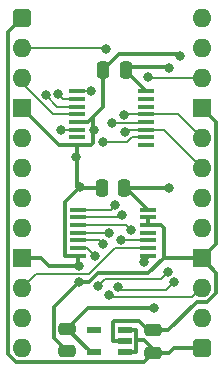
<source format=gtl>
%TF.GenerationSoftware,KiCad,Pcbnew,8.0.7*%
%TF.CreationDate,2025-01-03T10:35:11+02:00*%
%TF.ProjectId,Sound Address Decode,536f756e-6420-4416-9464-726573732044,rev?*%
%TF.SameCoordinates,Original*%
%TF.FileFunction,Copper,L1,Top*%
%TF.FilePolarity,Positive*%
%FSLAX46Y46*%
G04 Gerber Fmt 4.6, Leading zero omitted, Abs format (unit mm)*
G04 Created by KiCad (PCBNEW 8.0.7) date 2025-01-03 10:35:11*
%MOMM*%
%LPD*%
G01*
G04 APERTURE LIST*
G04 Aperture macros list*
%AMRoundRect*
0 Rectangle with rounded corners*
0 $1 Rounding radius*
0 $2 $3 $4 $5 $6 $7 $8 $9 X,Y pos of 4 corners*
0 Add a 4 corners polygon primitive as box body*
4,1,4,$2,$3,$4,$5,$6,$7,$8,$9,$2,$3,0*
0 Add four circle primitives for the rounded corners*
1,1,$1+$1,$2,$3*
1,1,$1+$1,$4,$5*
1,1,$1+$1,$6,$7*
1,1,$1+$1,$8,$9*
0 Add four rect primitives between the rounded corners*
20,1,$1+$1,$2,$3,$4,$5,0*
20,1,$1+$1,$4,$5,$6,$7,0*
20,1,$1+$1,$6,$7,$8,$9,0*
20,1,$1+$1,$8,$9,$2,$3,0*%
G04 Aperture macros list end*
%TA.AperFunction,SMDPad,CuDef*%
%ADD10R,1.475000X0.450000*%
%TD*%
%TA.AperFunction,SMDPad,CuDef*%
%ADD11RoundRect,0.250000X0.475000X-0.250000X0.475000X0.250000X-0.475000X0.250000X-0.475000X-0.250000X0*%
%TD*%
%TA.AperFunction,SMDPad,CuDef*%
%ADD12RoundRect,0.250000X0.250000X0.475000X-0.250000X0.475000X-0.250000X-0.475000X0.250000X-0.475000X0*%
%TD*%
%TA.AperFunction,SMDPad,CuDef*%
%ADD13R,1.450000X0.450000*%
%TD*%
%TA.AperFunction,SMDPad,CuDef*%
%ADD14RoundRect,0.250000X-0.475000X0.250000X-0.475000X-0.250000X0.475000X-0.250000X0.475000X0.250000X0*%
%TD*%
%TA.AperFunction,SMDPad,CuDef*%
%ADD15R,1.150000X0.600000*%
%TD*%
%TA.AperFunction,ComponentPad*%
%ADD16RoundRect,0.400000X-0.400000X-0.400000X0.400000X-0.400000X0.400000X0.400000X-0.400000X0.400000X0*%
%TD*%
%TA.AperFunction,ComponentPad*%
%ADD17O,1.600000X1.600000*%
%TD*%
%TA.AperFunction,ComponentPad*%
%ADD18R,1.600000X1.600000*%
%TD*%
%TA.AperFunction,ViaPad*%
%ADD19C,0.800000*%
%TD*%
%TA.AperFunction,Conductor*%
%ADD20C,0.380000*%
%TD*%
%TA.AperFunction,Conductor*%
%ADD21C,0.200000*%
%TD*%
G04 APERTURE END LIST*
D10*
%TO.P,IC4,1,1A*%
%TO.N,/CPU A ~{OE}*%
X4783600Y-16236400D03*
%TO.P,IC4,2,1B*%
%TO.N,/CPU A ~{WE}*%
X4783600Y-16886400D03*
%TO.P,IC4,3,1Y*%
%TO.N,/CPU A ~{OE}\u00B7~{WE}*%
X4783600Y-17536400D03*
%TO.P,IC4,4,2A*%
%TO.N,/CPU B ~{OE}*%
X4783600Y-18186400D03*
%TO.P,IC4,5,2B*%
%TO.N,/CPU B ~{WE}*%
X4783600Y-18836400D03*
%TO.P,IC4,6,2Y*%
%TO.N,/CPU B ~{OE}\u00B7~{WE}*%
X4783600Y-19486400D03*
%TO.P,IC4,7,GND*%
%TO.N,/GND*%
X4783600Y-20136400D03*
%TO.P,IC4,8,3Y*%
%TO.N,/Sound Address*%
X10659600Y-20136400D03*
%TO.P,IC4,9,3A*%
%TO.N,/~{CLK}*%
X10659600Y-19486400D03*
%TO.P,IC4,10,3B*%
%TO.N,/~{Device RAM}*%
X10659600Y-18836400D03*
%TO.P,IC4,11,4Y*%
%TO.N,unconnected-(IC4D-4Y-Pad11)*%
X10659600Y-18186400D03*
%TO.P,IC4,12,4A*%
%TO.N,/GND*%
X10659600Y-17536400D03*
%TO.P,IC4,13,4B*%
X10659600Y-16886400D03*
%TO.P,IC4,14,3V*%
%TO.N,/3.3V*%
X10659600Y-16236400D03*
%TD*%
D11*
%TO.P,C8,1*%
%TO.N,/5V*%
X11125200Y-28346400D03*
%TO.P,C8,2*%
%TO.N,/GND*%
X11125200Y-26446400D03*
%TD*%
D12*
%TO.P,C3,1*%
%TO.N,/3.3V*%
X8681000Y-14396000D03*
%TO.P,C3,2*%
%TO.N,/GND*%
X6781000Y-14396000D03*
%TD*%
%TO.P,C2,1*%
%TO.N,/3.3V*%
X8808000Y-4419600D03*
%TO.P,C2,2*%
%TO.N,/GND*%
X6908000Y-4419600D03*
%TD*%
D13*
%TO.P,IC1,1,A0*%
%TO.N,/A15*%
X4695000Y-6234000D03*
%TO.P,IC1,2,A1*%
%TO.N,/~{WD}*%
X4695000Y-6884000D03*
%TO.P,IC1,3,A2*%
%TO.N,/~{RD}*%
X4695000Y-7534000D03*
%TO.P,IC1,4,~{E1}*%
%TO.N,/Device ~{CS}*%
X4695000Y-8184000D03*
%TO.P,IC1,5,~{E2}*%
%TO.N,/GND*%
X4695000Y-8834000D03*
%TO.P,IC1,6,E3*%
%TO.N,/A16*%
X4695000Y-9484000D03*
%TO.P,IC1,7,~{Y7}*%
%TO.N,unconnected-(IC1-~{Y7}-Pad7)*%
X4695000Y-10134000D03*
%TO.P,IC1,8,GND*%
%TO.N,/GND*%
X4695000Y-10784000D03*
%TO.P,IC1,9,~{Y6}*%
%TO.N,unconnected-(IC1-~{Y6}-Pad9)*%
X10545000Y-10784000D03*
%TO.P,IC1,10,~{Y5}*%
%TO.N,/CPU B ~{WE}*%
X10545000Y-10134000D03*
%TO.P,IC1,11,~{Y4}*%
%TO.N,/CPU A ~{WE}*%
X10545000Y-9484000D03*
%TO.P,IC1,12,~{Y3}*%
%TO.N,/CPU B ~{OE}*%
X10545000Y-8834000D03*
%TO.P,IC1,13,~{Y2}*%
%TO.N,/CPU A ~{OE}*%
X10545000Y-8184000D03*
%TO.P,IC1,14,~{Y1}*%
%TO.N,unconnected-(IC1-~{Y1}-Pad14)*%
X10545000Y-7534000D03*
%TO.P,IC1,15,~{Y0}*%
%TO.N,unconnected-(IC1-~{Y0}-Pad15)*%
X10545000Y-6884000D03*
%TO.P,IC1,16,3V*%
%TO.N,/3.3V*%
X10545000Y-6234000D03*
%TD*%
D14*
%TO.P,C9,1*%
%TO.N,/3.3V*%
X3860800Y-26326000D03*
%TO.P,C9,2*%
%TO.N,/GND*%
X3860800Y-28226000D03*
%TD*%
D15*
%TO.P,IC5,1,6VIn*%
%TO.N,/5V*%
X8716800Y-28337000D03*
%TO.P,IC5,2,GND*%
%TO.N,/GND*%
X8716800Y-27387000D03*
%TO.P,IC5,3,EN*%
%TO.N,/5V*%
X8716800Y-26437000D03*
%TO.P,IC5,4,ADJ*%
%TO.N,unconnected-(IC5-ADJ-Pad4)*%
X6116800Y-26437000D03*
%TO.P,IC5,5,3.3VOut*%
%TO.N,/3.3V*%
X6116800Y-28337000D03*
%TD*%
D16*
%TO.P,J1,1,Pin_1*%
%TO.N,/5V*%
X0Y0D03*
D17*
%TO.P,J1,2,Pin_2*%
%TO.N,/~{Device RAM}*%
X0Y-2540000D03*
%TO.P,J1,3,Pin_3*%
%TO.N,/Device ~{CS}*%
X0Y-5080000D03*
D18*
%TO.P,J1,4,Pin_4*%
%TO.N,/GND*%
X0Y-7620000D03*
D17*
%TO.P,J1,5,Pin_5*%
%TO.N,/~{RD}*%
X0Y-10160000D03*
%TO.P,J1,6,Pin_6*%
%TO.N,/~{WD}*%
X0Y-12700000D03*
%TO.P,J1,7,Pin_7*%
%TO.N,/A16*%
X0Y-15240000D03*
%TO.P,J1,8,Pin_8*%
%TO.N,/A15*%
X0Y-17780000D03*
D18*
%TO.P,J1,9,Pin_9*%
%TO.N,/GND*%
X0Y-20320000D03*
D17*
%TO.P,J1,10,Pin_10*%
%TO.N,/~{CLK}*%
X0Y-22860000D03*
%TO.P,J1,11,Pin_11*%
%TO.N,unconnected-(J1-Pin_11-Pad11)*%
X0Y-25400000D03*
%TO.P,J1,12,Pin_12*%
%TO.N,unconnected-(J1-Pin_12-Pad12)*%
X0Y-27940000D03*
D16*
%TO.P,J1,13,Pin_13*%
%TO.N,/5V*%
X15240000Y-27940000D03*
D17*
%TO.P,J1,14,Pin_14*%
%TO.N,unconnected-(J1-Pin_14-Pad14)*%
X15240000Y-25400000D03*
%TO.P,J1,15,Pin_15*%
%TO.N,/CPU B ~{WE}*%
X15240000Y-22860000D03*
D18*
%TO.P,J1,16,Pin_16*%
%TO.N,/GND*%
X15240000Y-20320000D03*
D17*
%TO.P,J1,17,Pin_17*%
%TO.N,/CPU B ~{OE}*%
X15240000Y-17780000D03*
%TO.P,J1,18,Pin_18*%
%TO.N,/CPU B ~{OE}\u00B7~{WE}*%
X15240000Y-15240000D03*
%TO.P,J1,19,Pin_19*%
%TO.N,/CPU A ~{WE}*%
X15240000Y-12700000D03*
%TO.P,J1,20,Pin_20*%
%TO.N,/CPU A ~{OE}*%
X15240000Y-10160000D03*
D18*
%TO.P,J1,21,Pin_21*%
%TO.N,/GND*%
X15240000Y-7620000D03*
D17*
%TO.P,J1,22,Pin_22*%
%TO.N,/CPU A ~{OE}\u00B7~{WE}*%
X15240000Y-5080000D03*
%TO.P,J1,23,Pin_23*%
%TO.N,/Sound Address*%
X15240000Y-2540000D03*
%TO.P,J1,24,Pin_24*%
%TO.N,unconnected-(J1-Pin_24-Pad24)*%
X15240000Y0D03*
%TD*%
D19*
%TO.N,/GND*%
X4876800Y-20980400D03*
X13406703Y-3240000D03*
X4876800Y-22381606D03*
X4953000Y-14351000D03*
X6096000Y-9525000D03*
X4634000Y-11811000D03*
%TO.N,/3.3V*%
X12496800Y-14427200D03*
X12485600Y-4216400D03*
X11226800Y-24592998D03*
%TO.N,/A16*%
X3302000Y-9525000D03*
%TO.N,/~{WD}*%
X3050604Y-6462189D03*
%TO.N,/~{RD}*%
X2057400Y-6578600D03*
%TO.N,/A15*%
X5878410Y-6234000D03*
%TO.N,/CPU B ~{WE}*%
X6858000Y-19151600D03*
X7366000Y-23495000D03*
X6886000Y-10530294D03*
%TO.N,/CPU A ~{WE}*%
X8495914Y-16680226D03*
X8788316Y-9701584D03*
%TO.N,/CPU B ~{OE}*%
X7620000Y-8890000D03*
X12929291Y-22358615D03*
X8128000Y-22830804D03*
X7431000Y-18236402D03*
%TO.N,/CPU A ~{OE}*%
X8636000Y-8189992D03*
X7920625Y-15862272D03*
%TO.N,/CPU A ~{OE}\u00B7~{WE}*%
X9251551Y-17937042D03*
X10716040Y-5006400D03*
%TO.N,/CPU B ~{OE}\u00B7~{WE}*%
X6234471Y-20171403D03*
X12372400Y-21528026D03*
X6477226Y-22733226D03*
%TO.N,/Sound Address*%
X10372493Y-20654150D03*
%TO.N,/~{Device RAM}*%
X7112010Y-2667000D03*
X8421544Y-18786400D03*
%TD*%
D20*
%TO.N,/5V*%
X-1190000Y-1190000D02*
X0Y0D01*
X9681800Y-27260000D02*
X9681800Y-28297000D01*
X-492915Y-29130000D02*
X-1190000Y-28432915D01*
X11125200Y-28346400D02*
X10341600Y-29130000D01*
X12496800Y-28346400D02*
X12903200Y-27940000D01*
X8716800Y-28337000D02*
X9641800Y-28337000D01*
X9681800Y-26447000D02*
X9681800Y-27260000D01*
X8716800Y-26437000D02*
X9671800Y-26437000D01*
X11125200Y-28346400D02*
X12496800Y-28346400D01*
X10337800Y-27260000D02*
X9681800Y-27260000D01*
X9671800Y-26437000D02*
X9681800Y-26447000D01*
X10341600Y-29130000D02*
X-492915Y-29130000D01*
X12903200Y-27940000D02*
X15240000Y-27940000D01*
X-1190000Y-28432915D02*
X-1190000Y-1190000D01*
X9641800Y-28337000D02*
X9681800Y-28297000D01*
X11125200Y-28047400D02*
X10337800Y-27260000D01*
%TO.N,/GND*%
X4695000Y-10784000D02*
X4695000Y-11750000D01*
X7761800Y-27387000D02*
X7751800Y-27377000D01*
X6452423Y-21640800D02*
X5711617Y-22381606D01*
X13214703Y-3048000D02*
X13406703Y-3240000D01*
X11777100Y-17536400D02*
X12039600Y-17798900D01*
X10659600Y-17536400D02*
X11777100Y-17536400D01*
X1676400Y-20320000D02*
X0Y-20320000D01*
X7751800Y-27377000D02*
X7751800Y-25747000D01*
X4998000Y-14396000D02*
X4953000Y-14351000D01*
X4695000Y-10784000D02*
X5853000Y-10784000D01*
X8279600Y-3048000D02*
X13214703Y-3048000D01*
X4783600Y-20136400D02*
X4783600Y-20887200D01*
X16430000Y-8810000D02*
X16430000Y-19130000D01*
X5711617Y-22381606D02*
X4876800Y-22381606D01*
X2745800Y-24512604D02*
X4876800Y-22381606D01*
X7751800Y-25747000D02*
X7817800Y-25681000D01*
X16495333Y-21575333D02*
X15240000Y-20320000D01*
X12039600Y-17798900D02*
X12039600Y-20320000D01*
X9927571Y-25681000D02*
X10692971Y-26446400D01*
X6045200Y-10591800D02*
X6045200Y-9575800D01*
X6781000Y-14396000D02*
X4998000Y-14396000D01*
X12415600Y-26446400D02*
X14812000Y-24050000D01*
X15240000Y-7620000D02*
X16430000Y-8810000D01*
X16430000Y-19130000D02*
X15240000Y-20320000D01*
X4695000Y-14209500D02*
X4695000Y-11872000D01*
X4908000Y-14396000D02*
X4881500Y-14396000D01*
X6908000Y-4419600D02*
X8279600Y-3048000D01*
X2336800Y-20980400D02*
X1676400Y-20320000D01*
X0Y-7620000D02*
X3164000Y-10784000D01*
X10659600Y-16886400D02*
X10659600Y-17536400D01*
X3656100Y-20101400D02*
X3691100Y-20136400D01*
X4783600Y-20887200D02*
X4876800Y-20980400D01*
X8716800Y-27387000D02*
X7761800Y-27387000D01*
X6096000Y-9525000D02*
X6045200Y-9474200D01*
X14812000Y-24050000D02*
X15732915Y-24050000D01*
X4695000Y-8834000D02*
X5644000Y-8834000D01*
X15240000Y-20320000D02*
X12039600Y-20320000D01*
X16495333Y-23287582D02*
X16495333Y-21575333D01*
X6045200Y-9474200D02*
X6045200Y-8432800D01*
X3164000Y-10784000D02*
X4695000Y-10784000D01*
X2745800Y-27111000D02*
X2745800Y-24512604D01*
X5644000Y-8834000D02*
X6045200Y-8432800D01*
X5853000Y-10784000D02*
X6045200Y-10591800D01*
X6908000Y-7570000D02*
X6908000Y-4419600D01*
X10718800Y-21640800D02*
X6452423Y-21640800D01*
X3656100Y-15621400D02*
X3656100Y-20101400D01*
X3691100Y-20136400D02*
X4783600Y-20136400D01*
X6045200Y-9575800D02*
X6096000Y-9525000D01*
X12039600Y-20320000D02*
X10718800Y-21640800D01*
X4953000Y-14351000D02*
X4908000Y-14396000D01*
X4695000Y-11872000D02*
X4634000Y-11811000D01*
X4881500Y-14396000D02*
X3656100Y-15621400D01*
X4876800Y-20980400D02*
X2336800Y-20980400D01*
X15732915Y-24050000D02*
X16495333Y-23287582D01*
X6045200Y-8432800D02*
X6908000Y-7570000D01*
X11125200Y-26446400D02*
X12415600Y-26446400D01*
X4881500Y-14396000D02*
X4695000Y-14209500D01*
X4695000Y-11750000D02*
X4634000Y-11811000D01*
X7817800Y-25681000D02*
X9927571Y-25681000D01*
X3860800Y-28226000D02*
X2745800Y-27111000D01*
%TO.N,/3.3V*%
X12465600Y-14396000D02*
X12496800Y-14427200D01*
X9062000Y-4165600D02*
X12434800Y-4165600D01*
X10545000Y-6227000D02*
X8808000Y-4490000D01*
X3860800Y-26326000D02*
X5593800Y-24593000D01*
X10659600Y-16236400D02*
X8819200Y-14396000D01*
X5871800Y-28337000D02*
X3860800Y-26326000D01*
X8681000Y-14396000D02*
X12465600Y-14396000D01*
X10464798Y-24592998D02*
X11226800Y-24592998D01*
X12434800Y-4165600D02*
X12485600Y-4216400D01*
X5593800Y-24593000D02*
X10464796Y-24593000D01*
D21*
%TO.N,/~{CLK}*%
X7913858Y-19486400D02*
X5718658Y-21681600D01*
X10659600Y-19486400D02*
X7913858Y-19486400D01*
X1178400Y-21681600D02*
X0Y-22860000D01*
X5718658Y-21681600D02*
X1178400Y-21681600D01*
%TO.N,/Device ~{CS}*%
X2672850Y-8184000D02*
X4695000Y-8184000D01*
X0Y-5511150D02*
X2672850Y-8184000D01*
%TO.N,/A16*%
X4695000Y-9484000D02*
X3343000Y-9484000D01*
X3343000Y-9484000D02*
X3302000Y-9525000D01*
%TO.N,/~{WD}*%
X4695000Y-6884000D02*
X3472415Y-6884000D01*
X3472415Y-6884000D02*
X3050604Y-6462189D01*
%TO.N,/~{RD}*%
X4695000Y-7534000D02*
X3012800Y-7534000D01*
X3012800Y-7534000D02*
X2057400Y-6578600D01*
%TO.N,/A15*%
X4695000Y-6234000D02*
X5878410Y-6234000D01*
%TO.N,/CPU B ~{WE}*%
X14440001Y-23659999D02*
X7530999Y-23659999D01*
X9345850Y-10134000D02*
X8949556Y-10530294D01*
X15240000Y-22860000D02*
X14440001Y-23659999D01*
X6542800Y-18836400D02*
X6858000Y-19151600D01*
X4783600Y-18836400D02*
X6542800Y-18836400D01*
X8949556Y-10530294D02*
X6886000Y-10530294D01*
X10545000Y-10134000D02*
X9345850Y-10134000D01*
X7530999Y-23659999D02*
X7366000Y-23495000D01*
%TO.N,/CPU A ~{WE}*%
X10545000Y-9484000D02*
X12024000Y-9484000D01*
X8289740Y-16886400D02*
X8495914Y-16680226D01*
X4783600Y-16886400D02*
X8289740Y-16886400D01*
X9005900Y-9484000D02*
X8788316Y-9701584D01*
X10545000Y-9484000D02*
X9005900Y-9484000D01*
X12024000Y-9484000D02*
X15240000Y-12700000D01*
%TO.N,/CPU B ~{OE}*%
X12224706Y-23063200D02*
X8360396Y-23063200D01*
X10489000Y-8890000D02*
X7620000Y-8890000D01*
X7380998Y-18186400D02*
X7431000Y-18236402D01*
X8360396Y-23063200D02*
X8128000Y-22830804D01*
X12929291Y-22358615D02*
X12224706Y-23063200D01*
X4783600Y-18186400D02*
X7380998Y-18186400D01*
%TO.N,/CPU A ~{OE}*%
X13264000Y-8184000D02*
X10545000Y-8184000D01*
X10545000Y-8184000D02*
X8641992Y-8184000D01*
X8641992Y-8184000D02*
X8636000Y-8189992D01*
X7546497Y-16236400D02*
X7920625Y-15862272D01*
X15240000Y-10160000D02*
X13264000Y-8184000D01*
X4783600Y-16236400D02*
X7546497Y-16236400D01*
%TO.N,/CPU A ~{OE}\u00B7~{WE}*%
X8850909Y-17536400D02*
X9251551Y-17937042D01*
X4783600Y-17536400D02*
X8850909Y-17536400D01*
X10789640Y-5080000D02*
X10716040Y-5006400D01*
X15240000Y-5080000D02*
X10789640Y-5080000D01*
%TO.N,/CPU B ~{OE}\u00B7~{WE}*%
X5549468Y-19486400D02*
X6234471Y-20171403D01*
X4783600Y-19486400D02*
X5549468Y-19486400D01*
X11769626Y-22130800D02*
X7079652Y-22130800D01*
X12372400Y-21528026D02*
X11769626Y-22130800D01*
X7079652Y-22130800D02*
X6477226Y-22733226D01*
%TO.N,/Sound Address*%
X10659600Y-20367043D02*
X10372493Y-20654150D01*
X10659600Y-20136400D02*
X10659600Y-20367043D01*
%TO.N,/~{Device RAM}*%
X8471544Y-18836400D02*
X8421544Y-18786400D01*
X0Y-2540000D02*
X6985010Y-2540000D01*
X6985010Y-2540000D02*
X7112010Y-2667000D01*
X10659600Y-18836400D02*
X8471544Y-18836400D01*
%TD*%
M02*

</source>
